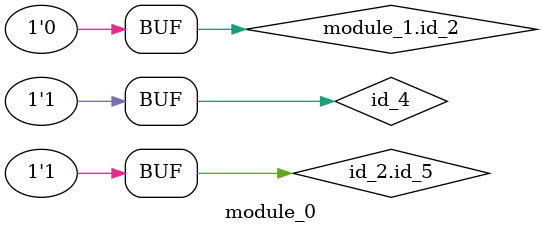
<source format=v>
module module_0 ();
  wor id_1, id_2, id_3, id_4;
  tri id_5;
  assign id_4 = 1;
  assign id_4 = id_4 ^ 1'b0;
  assign module_1.id_2 = 0;
  assign id_2.id_5 = -1;
  assign id_4 = 1;
endmodule
module module_1 (
    id_1,
    id_2,
    id_3,
    id_4,
    id_5,
    id_6,
    id_7
);
  inout wire id_7;
  inout wire id_6;
  output wire id_5;
  output wire id_4;
  output wire id_3;
  input wire id_2;
  output wire id_1;
  wire id_8;
  module_0 modCall_1 ();
  always_latch $display(!id_2, 1, id_2, 1 - id_7);
endmodule

</source>
